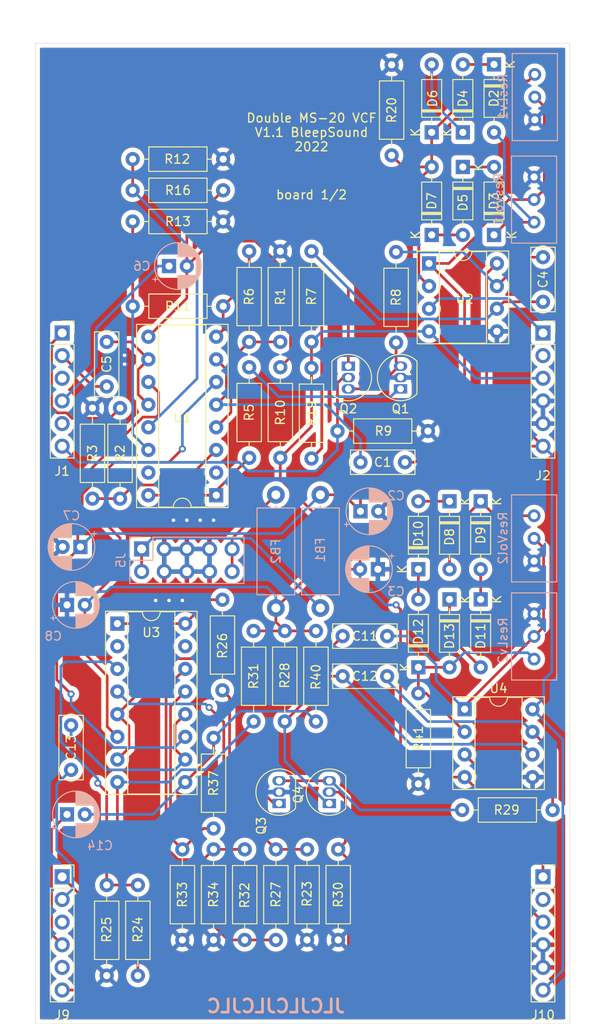
<source format=kicad_pcb>
(kicad_pcb (version 20211014) (generator pcbnew)
  (layers (0 "F.Cu" signal) (31 "B.Cu" signal) (34 "B.Paste" user) (35 "F.Paste" user) (36 "B.SilkS" user "B.Silkscreen") (37 "F.SilkS" user "F.Silkscreen") (38 "B.Mask" user) (39 "F.Mask" user) (44 "Edge.Cuts" user))
  (net 0 "")
  (net 1 "GND")
  (net 2 "+12V")
  (net 3 "-12V")
  (net 4 "Net-(C4-Pad1)")
  (net 5 "Net-(C5-Pad1)")
  (net 6 "Net-(C6-Pad2)")
  (net 7 "Net-(D3-Pad2)")
  (net 8 "Net-(R10-Pad2)")
  (net 9 "Net-(C1-Pad2)")
  (net 10 "Net-(C1-Pad1)")
  (net 11 "Net-(C4-Pad2)")
  (net 12 "/HPass")
  (net 13 "/Out1")
  (net 14 "Net-(C11-Pad2)")
  (net 15 "Net-(C11-Pad1)")
  (net 16 "Net-(C12-Pad2)")
  (net 17 "Net-(C12-Pad1)")
  (net 18 "/Filtre2/HPass")
  (net 19 "Net-(C13-Pad1)")
  (net 20 "Net-(C14-Pad2)")
  (net 21 "/Filtre2/Out1")
  (net 22 "Net-(D2-Pad2)")
  (net 23 "Net-(D2-Pad1)")
  (net 24 "Net-(D4-Pad1)")
  (net 25 "Net-(D5-Pad2)")
  (net 26 "Net-(D6-Pad1)")
  (net 27 "Net-(D8-Pad2)")
  (net 28 "Net-(D10-Pad2)")
  (net 29 "Net-(D11-Pad1)")
  (net 30 "Net-(D10-Pad1)")
  (net 31 "Net-(D11-Pad2)")
  (net 32 "Net-(D12-Pad1)")
  (net 33 "Net-(FB1-Pad2)")
  (net 34 "Net-(FB2-Pad2)")
  (net 35 "/LPass")
  (net 36 "/Cutoff")
  (net 37 "/ResOut")
  (net 39 "/Filtre2/LPass")
  (net 40 "/Filtre2/Cutoff")
  (net 41 "/Filtre2/ResOut")
  (net 42 "Net-(Q1-Pad1)")
  (net 43 "Net-(Q1-Pad3)")
  (net 44 "Net-(Q3-Pad1)")
  (net 45 "Net-(Q3-Pad3)")
  (net 46 "Net-(R1-Pad2)")
  (net 47 "Net-(R2-Pad2)")
  (net 48 "Net-(R5-Pad2)")
  (net 49 "Net-(R11-Pad2)")
  (net 50 "Net-(R12-Pad2)")
  (net 51 "Net-(R23-Pad2)")
  (net 52 "Net-(R24-Pad2)")
  (net 53 "Net-(R26-Pad2)")
  (net 54 "Net-(R27-Pad2)")
  (net 55 "Net-(R32-Pad2)")
  (net 56 "Net-(R33-Pad2)")
  (footprint "Capacitor_THT:C_Disc_D7.0mm_W2.5mm_P5.00mm" (layer "F.Cu") (at 87 60.5 -90)
    (fp_text reference "C4")
    (fp_text value "1nF")
  )
  (footprint "Capacitor_THT:C_Disc_D7.0mm_W2.5mm_P5.00mm" (layer "F.Cu") (at 69.5 107.5 180)
    (fp_text reference "C12")
    (fp_text value "1nF")
  )
  (footprint "Capacitor_THT:C_Disc_D7.0mm_W2.5mm_P5.00mm" (layer "F.Cu") (at 34 113 -90)
    (fp_text reference "C13")
    (fp_text value "1nF")
  )
  (footprint "Diode_THT:D_DO-35_SOD27_P7.62mm_Horizontal" (layer "F.Cu") (at 81.5 38.88 -90)
    (fp_text reference "D2")
    (fp_text value "1N4148")
  )
  (footprint "Diode_THT:D_DO-35_SOD27_P7.62mm_Horizontal" (layer "F.Cu") (at 81.5 58 90)
    (fp_text reference "D3")
    (fp_text value "1N4148")
  )
  (footprint "Diode_THT:D_DO-35_SOD27_P7.62mm_Horizontal" (layer "F.Cu") (at 78 46.5 90)
    (fp_text reference "D4")
    (fp_text value "1N4148")
  )
  (footprint "Diode_THT:D_DO-35_SOD27_P7.62mm_Horizontal" (layer "F.Cu") (at 78 50.38 -90)
    (fp_text reference "D5")
    (fp_text value "1N4148")
  )
  (footprint "Diode_THT:D_DO-35_SOD27_P7.62mm_Horizontal" (layer "F.Cu") (at 74.5 46.5 90)
    (fp_text reference "D6")
    (fp_text value "1N4148")
  )
  (footprint "Diode_THT:D_DO-35_SOD27_P7.62mm_Horizontal" (layer "F.Cu") (at 74.5 58 90)
    (fp_text reference "D7")
    (fp_text value "1N4148")
  )
  (footprint "Connector_PinSocket_2.54mm:PinSocket_1x06_P2.54mm_Vertical" (layer "F.Cu") (at 87 69)
    (fp_text reference "J2")
    (fp_text value "Conn_CircuitBoard")
  )
  (footprint "Connector_PinSocket_2.54mm:PinSocket_1x06_P2.54mm_Vertical" (layer "F.Cu") (at 33 130)
    (fp_text reference "J9")
    (fp_text value "Conn_CircuitBoard")
  )
  (footprint "Package_TO_SOT_THT:TO-92_Inline" (layer "F.Cu") (at 71 75.27 90)
    (fp_text reference "Q1")
    (fp_text value "BC559")
  )
  (footprint "Package_TO_SOT_THT:TO-92_Inline" (layer "F.Cu") (at 65.14 72.73 -90)
    (fp_text reference "Q2")
    (fp_text value "BC559")
  )
  (footprint "Package_TO_SOT_THT:TO-92_Inline" (layer "F.Cu") (at 57.36 121.77 90)
    (fp_text reference "Q3")
    (fp_text value "BC559")
  )
  (footprint "Resistor_THT:R_Axial_DIN0207_L6.3mm_D2.5mm_P10.16mm_Horizontal" (layer "F.Cu") (at 57.5 59.84 -90)
    (fp_text reference "R1")
    (fp_text value "470")
  )
  (footprint "Resistor_THT:R_Axial_DIN0207_L6.3mm_D2.5mm_P10.16mm_Horizontal" (layer "F.Cu") (at 36.4 77.42 -90)
    (fp_text reference "R3")
    (fp_text value "470")
  )
  (footprint "Resistor_THT:R_Axial_DIN0207_L6.3mm_D2.5mm_P10.16mm_Horizontal" (layer "F.Cu") (at 54 72.84 -90)
    (fp_text reference "R5")
    (fp_text value "2.2k")
  )
  (footprint "Resistor_THT:R_Axial_DIN0207_L6.3mm_D2.5mm_P10.16mm_Horizontal" (layer "F.Cu") (at 54 70 90)
    (fp_text reference "R6")
    (fp_text value "100k")
  )
  (footprint "Resistor_THT:R_Axial_DIN0207_L6.3mm_D2.5mm_P10.16mm_Horizontal" (layer "F.Cu") (at 61 70 90)
    (fp_text reference "R7")
    (fp_text value "100k")
  )
  (footprint "Resistor_THT:R_Axial_DIN0207_L6.3mm_D2.5mm_P10.16mm_Horizontal" (layer "F.Cu") (at 74.08 80 180)
    (fp_text reference "R9")
    (fp_text value "2.2k")
  )
  (footprint "Resistor_THT:R_Axial_DIN0207_L6.3mm_D2.5mm_P10.16mm_Horizontal" (layer "F.Cu") (at 51.08 66 180)
    (fp_text reference "R11")
    (fp_text value "100k")
  )
  (footprint "Resistor_THT:R_Axial_DIN0207_L6.3mm_D2.5mm_P10.16mm_Horizontal" (layer "F.Cu") (at 51.08 49.5 180)
    (fp_text reference "R12")
    (fp_text value "470")
  )
  (footprint "Resistor_THT:R_Axial_DIN0207_L6.3mm_D2.5mm_P10.16mm_Horizontal" (layer "F.Cu") (at 51.08 56.5 180)
    (fp_text reference "R13")
    (fp_text value "470")
  )
  (footprint "Resistor_THT:R_Axial_DIN0207_L6.3mm_D2.5mm_P10.16mm_Horizontal" (layer "F.Cu") (at 40.92 53)
    (fp_text reference "R16")
    (fp_text value "100k")
  )
  (footprint "Resistor_THT:R_Axial_DIN0207_L6.3mm_D2.5mm_P10.16mm_Horizontal" (layer "F.Cu") (at 70 38.92 -90)
    (fp_text reference "R20")
    (fp_text value "2.2k")
  )
  (footprint "Resistor_THT:R_Axial_DIN0207_L6.3mm_D2.5mm_P10.16mm_Horizontal" (layer "F.Cu") (at 60.5 137.08 90)
    (fp_text reference "R23")
    (fp_text value "470")
  )
  (footprint "Resistor_THT:R_Axial_DIN0207_L6.3mm_D2.5mm_P10.16mm_Horizontal" (layer "F.Cu") (at 51 109.08 90)
    (fp_text reference "R26")
    (fp_text value "2.2k")
  )
  (footprint "Resistor_THT:R_Axial_DIN0207_L6.3mm_D2.5mm_P10.16mm_Horizontal" (layer "F.Cu") (at 57 126.92 -90)
    (fp_text reference "R27")
    (fp_text value "100k")
  )
  (footprint "Resistor_THT:R_Axial_DIN0207_L6.3mm_D2.5mm_P10.16mm_Horizontal" (layer "F.Cu") (at 58 102.42 -90)
    (fp_text reference "R28")
    (fp_text value "100k")
  )
  (footprint "Resistor_THT:R_Axial_DIN0207_L6.3mm_D2.5mm_P10.16mm_Horizontal" (layer "F.Cu") (at 77.92 122.5)
    (fp_text reference "R29")
    (fp_text value "1k")
  )
  (footprint "Resistor_THT:R_Axial_DIN0207_L6.3mm_D2.5mm_P10.16mm_Horizontal" (layer "F.Cu") (at 64 137.08 90)
    (fp_text reference "R30")
    (fp_text value "2.2k")
  )
  (footprint "Resistor_THT:R_Axial_DIN0207_L6.3mm_D2.5mm_P10.16mm_Horizontal" (layer "F.Cu") (at 54.5 102.42 -90)
    (fp_text reference "R31")
    (fp_text value "1.8k")
  )
  (footprint "Resistor_THT:R_Axial_DIN0207_L6.3mm_D2.5mm_P10.16mm_Horizontal" (layer "F.Cu") (at 53.5 137.08 90)
    (fp_text reference "R32")
    (fp_text value "100k")
  )
  (footprint "Resistor_THT:R_Axial_DIN0207_L6.3mm_D2.5mm_P10.16mm_Horizontal" (layer "F.Cu") (at 46.5 137.08 90)
    (fp_text reference "R33")
    (fp_text value "470")
  )
  (footprint "Resistor_THT:R_Axial_DIN0207_L6.3mm_D2.5mm_P10.16mm_Horizontal" (layer "F.Cu") (at 50 137.08 90)
    (fp_text reference "R34")
    (fp_text value "470")
  )
  (footprint "Resistor_THT:R_Axial_DIN0207_L6.3mm_D2.5mm_P10.16mm_Horizontal" (layer "F.Cu") (at 50 124.58 90)
    (fp_text reference "R37")
    (fp_text value "100k")
  )
  (footprint "Resistor_THT:R_Axial_DIN0207_L6.3mm_D2.5mm_P10.16mm_Horizontal" (layer "F.Cu") (at 61.5 102.42 -90)
    (fp_text reference "R40")
    (fp_text value "1.8k")
  )
  (footprint "Resistor_THT:R_Axial_DIN0207_L6.3mm_D2.5mm_P10.16mm_Horizontal" (layer "F.Cu") (at 73 119.58 90)
    (fp_text reference "R41")
    (fp_text value "2.2k")
  )
  (footprint "Package_DIP:DIP-16_W7.62mm_Socket" (layer "F.Cu") (at 39.2 101.6)
    (fp_text reference "U3")
    (fp_text value "LM13700")
  )
  (footprint "Package_DIP:DIP-8_W7.62mm_Socket" (layer "F.Cu") (at 78.2 111.2)
    (fp_text reference "U4")
    (fp_text value "TL072")
  )
  (footprint "Connector_PinSocket_2.54mm:PinSocket_1x06_P2.54mm_Vertical" (layer "F.Cu") (at 87 130)
    (fp_text reference "J10")
    (fp_text value "Conn_CircuitBoard")
  )
  (footprint "Resistor_THT:R_Axial_DIN0207_L6.3mm_D2.5mm_P10.16mm_Horizontal" (layer "F.Cu") (at 70.5 70.08 90)
    (fp_text reference "R8")
    (fp_text value "1k")
  )
  (footprint "Package_DIP:DIP-8_W7.62mm_Socket" (layer "F.Cu") (at 74.2 61.2)
    (fp_text reference "U2")
    (fp_text value "TL072")
  )
  (footprint "Package_TO_SOT_THT:TO-92_Inline" (layer "F.Cu") (at 63 121.77 90)
    (fp_text reference "Q4")
    (fp_text value "BC559")
  )
  (footprint "Capacitor_THT:C_Disc_D7.0mm_W2.5mm_P5.00mm" (layer "F.Cu") (at 64.5 103)
    (fp_text reference "C11")
    (fp_text value "1nF")
  )
  (footprint "Diode_THT:D_DO-35_SOD27_P7.62mm_Horizontal" (layer "F.Cu") (at 73 95.5 90)
    (fp_text reference "D10")
    (fp_text value "1N4148")
  )
  (footprint "Diode_THT:D_DO-35_SOD27_P7.62mm_Horizontal" (layer "F.Cu") (at 76.5 87.88 -90)
    (fp_text reference "D8")
    (fp_text value "1N4148")
  )
  (footprint "Diode_THT:D_DO-35_SOD27_P7.62mm_Horizontal" (layer "F.Cu") (at 80 87.88 -90)
    (fp_text reference "D9")
    (fp_text value "1N4148")
  )
  (footprint "Diode_THT:D_DO-35_SOD27_P7.62mm_Horizontal" (layer "F.Cu") (at 76.5 98.88 -90)
    (fp_text reference "D13")
    (fp_text value "1N4148")
  )
  (footprint "Diode_THT:D_DO-35_SOD27_P7.62mm_Horizontal" (layer "F.Cu") (at 73 106.5 90)
    (fp_text reference "D12")
    (fp_text value "1N4148")
  )
  (footprint "Diode_THT:D_DO-35_SOD27_P7.62mm_Horizontal" (layer "F.Cu") (at 80 98.88 -90)
    (fp_text reference "D11")
    (fp_text value "1N4148")
  )
  (footprint "Capacitor_THT:C_Disc_D7.0mm_W2.5mm_P5.00mm" (layer "F.Cu") (at 66.5 83.5)
    (fp_text reference "C1")
    (fp_text value "1nF")
  )
  (footprint "Resistor_THT:R_Axial_DIN0207_L6.3mm_D2.5mm_P10.16mm_Horizontal" (layer "F.Cu") (at 39.5 77.42 -90)
    (fp_text reference "R2")
    (fp_text value "100k")
  )
  (footprint "Resistor_THT:R_Axial_DIN0207_L6.3mm_D2.5mm_P10.16mm_Horizontal" (layer "F.Cu") (at 57.5 83 90)
    (fp_text reference "R10")
    (fp_text value "1.8k")
  )
  (footprint "Resistor_THT:R_Axial_DIN0207_L6.3mm_D2.5mm_P10.16mm_Horizontal" (layer "F.Cu") (at 61 72.92 -90)
    (fp_text reference "R19")
    (fp_text value "1.8k")
  )
  (footprint "Package_DIP:DIP-16_W7.62mm_Socket" (layer "F.Cu") (at 50.3 87.2 180)
    (fp_text reference "U1")
    (fp_text value "LM13700")
  )
  (footprint "Connector_PinSocket_2.54mm:PinSocket_1x06_P2.54mm_Vertical" (layer "F.Cu") (at 33 69)
    (fp_text reference "J1")
    (fp_text value "Conn_CircuitBoard")
  )
  (footprint "Capacitor_THT:C_Disc_D7.0mm_W2.5mm_P5.00mm" (layer "F.Cu") (at 38 70 -90)
    (fp_text reference "C5")
    (fp_text value "1nF")
  )
  (footprint "Resistor_THT:R_Axial_DIN0207_L6.3mm_D2.5mm_P10.16mm_Horizontal" (layer "F.Cu") (at 38 141.08 90)
    (fp_text reference "R25")
    (fp_text value "470")
  )
  (footprint "Resistor_THT:R_Axial_DIN0207_L6.3mm_D2.5mm_P10.16mm_Horizontal" (layer "F.Cu") (at 41.5 141.08 90)
    (fp_text reference "R24")
    (fp_text value "100k")
  )
  (footprint "Capacitor_THT:CP_Radial_D5.0mm_P2.00mm" (layer "B.Cu") (at 66.5 89)
    (fp_text reference "C2")
    (fp_text value "10µ")
  )
  (footprint "Capacitor_THT:CP_Radial_D5.0mm_P2.00mm" (layer "B.Cu") (at 68.455113 95.5 180)
    (fp_text reference "C3")
    (fp_text value "10µ")
  )
  (footprint "Capacitor_THT:CP_Radial_D5.0mm_P2.00mm" (layer "B.Cu") (at 45 61.5)
    (fp_text reference "C6")
    (fp_text value "10µF")
  )
  (footprint "Inductor_THT:L_Axial_L9.5mm_D4.0mm_P12.70mm_Horizontal_Fastron_SMCC" (layer "B.Cu") (at 57 99.85 90)
    (fp_text reference "FB2")
    (fp_text value "10R")
  )
  (footprint "Connector_PinHeader_2.54mm:PinHeader_2x05_P2.54mm_Vertical" (layer "B.Cu") (at 41.925 93.225 -90)
    (fp_text reference "J5")
    (fp_text value "Power Input")
  )
  (footprint "Potentiometer_THT:Potentiometer_Bourns_3386C_Horizontal" (layer "B.Cu") (at 86.08 45.08)
    (fp_text reference "ResLv1")
    (fp_text value "3.3k")
  )
  (footprint "Potentiometer_THT:Potentiometer_Bourns_3386C_Horizontal" (layer "B.Cu") (at 86 56.58)
    (fp_text reference "ResVol1")
    (fp_text value "10k")
  )
  (footprint "Capacitor_THT:CP_Radial_D5.0mm_P2.00mm" (layer "B.Cu") (at 33.544888 123)
    (fp_text reference "C14")
    (fp_text value "10µF")
  )
  (footprint "Inductor_THT:L_Axial_L9.5mm_D4.0mm_P12.70mm_Horizontal_Fastron_SMCC" (layer "B.Cu") (at 62 87.15 -90)
    (fp_text reference "FB1")
    (fp_text value "10R")
  )
  (footprint "Potentiometer_THT:Potentiometer_Bourns_3386C_Horizontal" (layer "B.Cu") (at 86 100.5 180)
    (fp_text reference "ResLv2")
    (fp_text value "3.3k")
  )
  (footprint "Potentiometer_THT:Potentiometer_Bourns_3386C_Horizontal" (layer "B.Cu") (at 86 89.5 180)
    (fp_text reference "ResVol2")
    (fp_text value "10k")
  )
  (footprint "Capacitor_THT:CP_Radial_D5.0mm_P2.00mm" (layer "B.Cu") (at 33.544888 99.5)
    (fp_text reference "C8")
    (fp_text value "0.1µ")
  )
  (footprint "Capacitor_THT:CP_Radial_D5.0mm_P2.00mm" (layer "B.Cu") (at 35.044888 93 180)
    (fp_text reference "C7")
    (fp_text value "0.1µ")
  )
  (gr_line (start 90 36.5) (end 90 146.5) (layer "Edge.Cuts") (width 0.05))
  (gr_line (start 30 36.5) (end 90 36.5) (layer "Edge.Cuts") (width 0.05))
  (gr_line (start 30 36.5) (end 30 146.5) (layer "Edge.Cuts") (width 0.05))
  (gr_line (start 30 146.5) (end 90 146.5) (layer "Edge.Cuts") (width 0.05))
  (gr_text "JLCJLCJLCJLC" (at 57 144.5) (layer "B.SilkS") (effects (font (size 1.5 1.5) (thickness 0.3)) (justify mirror)))
  (gr_text "Double MS-20 VCF\nV1.1 BleepSound\n2022" (at 61 46.5) (layer "F.SilkS") (effects (font (size 1 1))))
  (gr_text "board 1/2" (at 61 53.5) (layer "F.SilkS") (effects (font (size 1 1))))
  (via (at 46.5 99) (size 0.8) (drill 0.4) (layers "F.Cu" "B.Cu") (net 1))
  (via (at 43.5 99) (size 0.8) (drill 0.4) (layers "F.Cu" "B.Cu") (net 1))
  (via (at 50 90) (size 0.8) (drill 0.4) (layers "F.Cu" "B.Cu") (net 1))
  (via (at 47 90) (size 0.8) (drill 0.4) (layers "F.Cu" "B.Cu") (net 1))
  (via (at 45.5 90) (size 0.8) (drill 0.4) (layers "F.Cu" "B.Cu") (net 1))
  (via (at 40 71.5) (size 0.8) (drill 0.4) (layers "F.Cu" "B.Cu") (net 1))
  (via (at 45 99) (size 0.8) (drill 0.4) (layers "F.Cu" "B.Cu") (net 1))
  (via (at 40 72.5) (size 0.8) (drill 0.4) (layers "F.Cu" "B.Cu") (net 1))
  (via (at 48.5 90) (size 0.8) (drill 0.4) (layers "F.Cu" "B.Cu") (net 1))
  (segment (start 80.670489 75.370489) (end 87 81.7) (width 0.3) (layer "F.Cu") (net 2))
  (segment (start 34.75097 85.74903) (end 34.75097 92.706082) (width 0.3) (layer "F.Cu") (net 2))
  (segment (start 77.554345 81.7) (end 73.254345 86) (width 0.3) (layer "F.Cu") (net 2))
  (segment (start 43.829511 78.170489) (end 43.569511 78.430489) (width 0.3) (layer "F.Cu") (net 2))
  (segment (start 81.82 61.2) (end 80.670489 62.349511) (width 0.3) (layer "F.Cu") (net 2))
  (segment (start 67.5 86) (end 66.5 87) (width 0.3) (layer "F.Cu") (net 2))
  (segment (start 43.829511 75.649511) (end 43.829511 78.170489) (width 0.3) (layer "F.Cu") (net 2))
  (segment (start 32.395377 95.649511) (end 32.395377 107.895377) (width 0.3) (layer "F.Cu") (net 2))
  (segment (start 62 87.15) (end 64.65 87.15) (width 0.3) (layer "F.Cu") (net 2))
  (segment (start 42.68 74.5) (end 43.829511 75.649511) (width 0.3) (layer "F.Cu") (net 2))
  (segment (start 32.395377 107.895377) (end 34 109.5) (width 0.3) (layer "F.Cu") (net 2))
  (segment (start 34.75097 92.706082) (end 35.044888 93) (width 0.3) (layer "F.Cu") (net 2))
  (segment (start 73.254345 86) (end 67.5 86) (width 0.3) (layer "F.Cu") (net 2))
  (segment (start 87 81.7) (end 77.554345 81.7) (width 0.3) (layer "F.Cu") (net 2))
  (segment (start 64.65 87.15) (end 66.5 89) (width 0.3) (layer "F.Cu") (net 2))
  (segment (start 66.5 87) (end 66.5 89) (width 0.3) (layer "F.Cu") (net 2))
  (segment (start 43.569511 78.430489) (end 42.069511 78.430489) (width 0.3) (layer "F.Cu") (net 2))
  (segment (start 35.044888 93) (end 32.395377 95.649511) (width 0.3) (layer "F.Cu") (net 2))
  (segment (start 42.069511 78.430489) (end 34.75097 85.74903) (width 0.3) (layer "F.Cu") (net 2))
  (segment (start 80.670489 62.349511) (end 80.670489 75.370489) (width 0.3) (layer "F.Cu") (net 2))
  (via (at 34 109.5) (size 0.8) (drill 0.4) (layers "F.Cu" "B.Cu") (net 2))
  (segment (start 62 87.15) (end 57.65 91.5) (width 0.3) (layer "B.Cu") (net 2))
  (segment (start 85.82 111.2) (end 87.069511 109.950489) (width 0.3) (layer "B.Cu") (net 2))
  (segment (start 88 82.7) (end 87 81.7) (width 0.3) (layer "B.Cu") (net 2))
  (segment (start 57.65 91.5) (end 36.544888 91.5) (width 0.3) (layer "B.Cu") (net 2))
  (segment (start 85.82 111.2) (end 89.229511 114.609511) (width 0.3) (layer "B.Cu") (net 2))
  (segment (start 36.544888 91.5) (end 35.044888 93) (width 0.3) (layer "B.Cu") (net 2))
  (segment (start 34 109.544887) (end 34 110.725655) (width 0.3) (layer "B.Cu") (net 2))
  (segment (start 45.62 115.5) (end 46.82 114.3) (width 0.3) (layer "B.Cu") (net 2))
  (segment (start 89.229511 114.609511) (end 89.229511 140.470489) (width 0.3) (layer "B.Cu") (net 2))
  (segment (start 87.069511 109.950489) (end 87.069511 107.930489) (width 0.3) (layer "B.Cu") (net 2))
  (segment (start 87.069511 107.930489) (end 88 107) (width 0.3) (layer "B.Cu") (net 2))
  (segment (start 34 110.725655) (end 38.774345 115.5) (width 0.3) (layer "B.Cu") (net 2))
  (segment (start 89.229511 140.470489) (end 87 142.7) (width 0.3) (layer "B.Cu") (net 2))
  (segment (start 88 107) (end 88 82.7) (width 0.3) (layer "B.Cu") (net 2))
  (segment (start 38.774345 115.5) (end 45.62 115.5) (width 0.3) (layer "B.Cu") (net 2))
  (segment (start 35.544888 99.5) (end 35.544888 104.955112) (width 0.3) (layer "F.Cu") (net 3))
  (segment (start 78.2 118.82) (end 74.32 118.82) (width 0.3) (layer "F.Cu") (net 3))
  (segment (start 78.2 118.82) (end 81.5 122.12) (width 0.3) (layer "F.Cu") (net 3))
  (segment (start 54.5 102.42) (end 58 102.42) (width 0.3) (layer "F.Cu") (net 3))
  (segment (start 38.843856 83.510489) (end 35.250489 87.103856) (width 0.3) (layer "F.Cu") (net 3))
  (segment (start 81.5 122.12) (end 81.5 129.58) (width 0.3) (layer "F.Cu") (net 3))
  (segment (start 35.544888 104.955112) (end 38.050489 107.460713) (width 0.3) (layer "F.Cu") (net 3))
  (segment (start 39.5 95.544888) (end 35.544888 99.5) (width 0.3) (layer "F.Cu") (net 3))
  (segment (start 61 79.5) (end 57.5 83) (width 0.3) (layer "F.Cu") (net 3))
  (segment (start 57 99.85) (end 57 101.42) (width 0.3) (layer "F.Cu") (net 3))
  (segment (start 61.35 95.5) (end 57 99.85) (width 0.3) (layer "F.Cu") (net 3))
  (segment (start 58 102.42) (end 61.5 102.42) (width 0.3) (layer "F.Cu") (net 3))
  (segment (start 38.050489 107.460713) (end 38.050489 113.150489) (width 0.3) (layer "F.Cu") (net 3))
  (segment (start 35.250489 89.579946) (end 37.079946 89.579946) (width 0.3) (layer "F.Cu") (net 3))
  (segment (start 71 115.5) (end 71 100) (width 0.3) (layer "F.Cu") (net 3))
  (segment (start 66.455113 95.5) (end 61.35 95.5) (width 0.3) (layer "F.Cu") (net 3))
  (segment (start 57.5 85.413517) (end 57.5 83) (width 0.3) (layer "F.Cu") (net 3))
  (segment (start 61 70) (end 61 72.92) (width 0.3) (layer "F.Cu") (net 3))
  (segment (start 35.250489 87.103856) (end 35.250489 89.579946) (width 0.3) (layer "F.Cu") (net 3))
  (segment (start 39.5 92) (end 39.5 95.544888) (width 0.3) (layer "F.Cu") (net 3))
  (segment (start 66.455113 94.36863) (end 57.5 85.413517) (width 0.3) (layer "F.Cu") (net 3))
  (segment (start 81.5 129.58) (end 87 135.08) (width 0.3) (layer "F.Cu") (net 3))
  (segment (start 61 72.92) (end 61 79.5) (width 0.3) (layer "F.Cu") (net 3))
  (segment (start 57 101.42) (end 58 102.42) (width 0.3) (layer "F.Cu") (net 3))
  (segment (start 66.455113 95.5) (end 66.455113 94.36863) (width 0.3) (layer "F.Cu") (net 3))
  (segment (start 74.32 118.82) (end 71 115.5) (width 0.3) (layer "F.Cu") (net 3))
  (segment (start 71 100) (end 70.5 99.5) (width 0.3) (layer "F.Cu") (net 3))
  (segment (start 44.989511 83.510489) (end 38.843856 83.510489) (width 0.3) (layer "F.Cu") (net 3))
  (segment (start 46.5 82) (end 44.989511 83.510489) (width 0.3) (layer "F.Cu") (net 3))
  (segment (start 37.079946 89.579946) (end 39.5 92) (width 0.3) (layer "F.Cu") (net 3))
  (segment (start 38.050489 113.150489) (end 39.2 114.3) (width 0.3) (layer "F.Cu") (net 3))
  (via (at 70.5 99.5) (size 0.8) (drill 0.4) (layers "F.Cu" "B.Cu") (net 3))
  (via (at 46.5 82) (size 0.8) (drill 0.4) (layers "F.Cu" "B.Cu") (net 3))
  (segment (start 50.3 74.5) (end 46.5 78.3) (width 0.3) (layer "B.Cu") (net 3))
  (segment (start 61 70) (end 62.18 68.82) (width 0.3) (layer "B.Cu") (net 3))
  (segment (start 74.2 68.82) (end 79.46 74.08) (width 0.3) (layer "B.Cu") (net 3))
  (segment (start 66.455113 96.63137) (end 66.455113 95.5) (width 0.3) (layer "B.Cu") (net 3))
  (segment (start 69.323743 99.5) (end 66.455113 96.63137) (width 0.3) (layer "B.Cu") (net 3))
  (segment (start 46.5 78.3) (end 46.5 82) (width 0.3) (layer "B.Cu") (net 3))
  (segment (start 38 98) (end 37.044888 98) (width 0.3) (layer "B.Cu") (net 3))
  (segment (start 79.46 74.08) (end 87 74.08) (width 0.3) (layer "B.Cu") (net 3))
  (segment (start 62.18 68.82) (end 74.2 68.82) (width 0.3) (layer "B.Cu") (net 3))
  (segment (start 56 97.5) (end 38.5 97.5) (width 0.3) (layer "B.Cu") (net 3))
  (segment (start 70.5 99.5) (end 69.323743 99.5) (width 0.3) (layer "B.Cu") (net 3))
  (segment (start 57 98.5) (end 56 97.5) (width 0.3) (layer "B.Cu") (net 3))
  (segment (start 57 99.85) (end 57 98.5) (width 0.3) (layer "B.Cu") (net 3))
  (segment (start 37.044888 98) (end 35.544888 99.5) (width 0.3) (layer "B.Cu") (net 3))
  (segment (start 38.5 97.5) (end 38 98) (width 0.3) (layer "B.Cu") (net 3))
  (segment (start 85.06 60.5) (end 81.82 63.74) (width 0.3) (layer "F.Cu") (net 4))
  (segment (start 87 60.5) (end 85.06 60.5) (width 0.3) (layer "F.Cu") (net 4))
  (segment (start 78 59.92) (end 70.5 59.92) (width 0.3) (layer "B.Cu") (net 4))
  (segment (start 81.82 63.74) (end 78 59.92) (width 0.3) (layer "B.Cu") (net 4))
  (segment (start 40.72 70) (end 42.68 71.96) (width 0.3) (layer "F.Cu") (net 5))
  (segment (start 42.68 71.96) (end 41.530489 73.109511) (width 0.3) (layer "F.Cu") (net 5))
  (segment (start 41.530489 73.109511) (end 41.530489 75.890489) (width 0.3) (layer "F.Cu") (net 5))
  (segment (start 41.530489 75.890489) (end 42.68 77.04) (width 0.3) (layer "F.Cu") (net 5))
  (segment (start 38 70) (end 40.72 70) (width 0.3) (layer "F.Cu") (net 5))
  (segment (start 47 65.1) (end 42.68 69.42) (width 0.3) (layer "F.Cu") (net 6))
  (segment (start 62.149511 66.149511) (end 62.149511 81.930489) (width 0.3) (layer "F.Cu") (net 6))
  (segment (start 62.149511 81.930489) (end 61 83.08) (width 0.3) (layer "F.Cu") (net 6))
  (segment (start 47 57.08) (end 47 61.5) (width 0.3) (layer "F.Cu") (net 6))
  (segment (start 47 61.5) (end 49.809511 58.690489) (width 0.3) (layer "F.Cu") (net 6))
  (segment (start 54.690489 58.690489) (end 62.149511 66.149511) (width 0.3) (layer "F.Cu") (net 6))
  (segment (start 49.809511 58.690489) (end 54.690489 58.690489) (width 0.3) (layer "F.Cu") (net 6))
  (segment (start 51.08 53) (end 47 57.08) (width 0.3) (layer "F.Cu") (net 6))
  (segment (start 47 61.5) (end 47 65.1) (width 0.3) (layer "F.Cu") (net 6))
  (segment (start 81.5 50.38) (end 78 50.38) (width 0.3) (layer "F.Cu") (net 7))
  (segment (start 58.120001 68.620001) (end 51.099999 68.620001) (width 0.3) (layer "F.Cu") (net 8))
  (segment (start 58.649511 71.690489) (end 58.649511 69.149511) (width 0.3) (layer "F.Cu") (net 8))
  (segment (start 57.5 72.84) (end 58.649511 71.690489) (width 0.3) (layer "F.Cu") (net 8))
  (segment (start 51.099999 68.620001) (end 50.3 69.42) (width 0.3) (layer "F.Cu") (net 8))
  (segment (start 58.649511 69.149511) (end 58.120001 68.620001) (width 0.3) (layer "F.Cu") (net 8))
  (segment (start 54 59.84) (end 54 63.08) (width 0.3) (layer "F.Cu") (net 8))
  (segment (start 54 63.08) (end 51.08 66) (width 0.3) (layer "F.Cu") (net 8))
  (segment (start 51.08 68.64) (end 50.3 69.42) (width 0.3) (layer "F.Cu") (net 8))
  (segment (start 51.08 66) (end 51.08 68.64) (width 0.3) (layer "F.Cu") (net 8))
  (segment (start 74.2 61.2) (end 78.194399 65.194399) (width 0.3) (layer "F.Cu") (net 9))
  (segment (start 80 57.625655) (end 80 57.200978) (width 0.3) (layer "F.Cu") (net 9))
  (segment (start 76.425655 61.2) (end 80 57.625655) (width 0.3) (layer "F.Cu") (net 9))
  (segment (start 78.194399 65.194399) (end 78.194399 77.936971) (width 0.3) (layer "F.Cu") (net 9))
  (segment (start 87.149511 52.890489) (end 87.149511 43.609511) (width 0.3) (layer "F.Cu") (net 9))
  (segment (start 80 57.200978) (end 83.160978 54.04) (width 0.3) (layer "F.Cu") (net 9))
  (segment (start 78.194399 77.936971) (end 72.63137 83.5) (width 0.3) (layer "F.Cu") (net 9))
  (segment (start 72.63137 83.5) (end 71.5 83.5) (width 0.3) (layer "F.Cu") (net 9))
  (segment (start 83.160978 54.04) (end 86 54.04) (width 0.3) (layer "F.Cu") (net 9))
  (segment (start 86 54.04) (end 87.149511 52.890489) (width 0.3) (layer "F.Cu") (net 9))
  (segment (start 87.149511 43.609511) (end 86.08 42.54) (width 0.3) (layer "F.Cu") (net 9))
  (segment (start 74.2 61.2) (end 76.425655 61.2) (width 0.3) (layer "F.Cu") (net 9))
  (segment (start 51.449511 73.109511) (end 51.449511 75.890489) (width 0.3) (layer "F.Cu") (net 10))
  (segment (start 51.449511 75.890489) (end 50.3 77.04) (width 0.3) (layer "F.Cu") (net 10))
  (segment (start 50.3 71.96) (end 51.449511 73.109511) (width 0.3) (layer "F.Cu") (net 10))
  (segment (start 66.5 83.5) (end 66.5 80.954345) (width 0.3) (layer "B.Cu") (net 10))
  (segment (start 66.5 80.954345) (end 62.585655 77.04) (width 0.3) (layer "B.Cu") (net 10))
  (segment (start 62.585655 77.04) (end 50.3 77.04) (width 0.3) (layer "B.Cu") (net 10))
  (segment (start 65.14 72.73) (end 65.14 63.98) (width 0.3) (layer "F.Cu") (net 11))
  (segment (start 87 65.5) (end 82.6 65.5) (width 0.3) (layer "F.Cu") (net 11))
  (segment (start 82.6 65.5) (end 81.82 66.28) (width 0.3) (layer "F.Cu") (net 11))
  (segment (start 65.14 63.98) (end 61 59.84) (width 0.3) (layer "F.Cu") (net 11))
  (segment (start 80.670489 67.429511) (end 68.589511 67.429511) (width 0.3) (layer "B.Cu") (net 11))
  (segment (start 81.82 66.28) (end 80.670489 67.429511) (width 0.3) (layer "B.Cu") (net 11))
  (segment (start 68.589511 67.429511) (end 61 59.84) (width 0.3) (layer "B.Cu") (net 11))
  (segment (start 36.46 75) (end 33 71.54) (width 0.3) (layer "F.Cu") (net 12))
  (segment (start 38 75) (end 36.46 75) (width 0.3) (layer "F.Cu") (net 12))
  (segment (start 43.794345 61.5) (end 45 61.5) (width 0.3) (layer "B.Cu") (net 13))
  (segment (start 33 76.62) (end 36.850489 72.769511) (width 0.3) (layer "B.Cu") (net 13))
  (segment (start 36.850489 68.443856) (end 43.794345 61.5) (width 0.3) (layer "B.Cu") (net 13))
  (segment (start 36.850489 72.769511) (end 36.850489 68.443856) (width 0.3) (layer "B.Cu") (net 13))
  (segment (start 87.069511 93.109511) (end 87.069511 101.970489) (width 0.3) (layer "F.Cu") (net 14))
  (segment (start 87.069511 101.970489) (end 86 103.04) (width 0.3) (layer "F.Cu") (net 14))
  (segment (start 86 92.04) (end 87.069511 93.109511) (width 0.3) (layer "F.Cu") (net 14))
  (segment (start 78.2 110.84) (end 86 103.04) (width 0.3) (layer "F.Cu") (net 14))
  (segment (start 78.2 111.2) (end 78.2 110.84) (width 0.3) (layer "F.Cu") (net 14))
  (segment (start 75 106.200978) (end 75 108) (width 0.3) (layer "B.Cu") (net 14))
  (segment (start 71.799022 103) (end 75 106.200978) (width 0.3) (layer "B.Cu") (net 14))
  (segment (start 69.5 103) (end 71.799022 103) (width 0.3) (layer "B.Cu") (net 14))
  (segment (start 75 108) (end 78.2 111.2) (width 0.3) (layer "B.Cu") (net 14))
  (segment (start 61.969511 105.530489) (end 45.429511 105.530489) (width 0.3) (layer "F.Cu") (net 15))
  (segment (start 39.2 111.76) (end 40.5 113.06) (width 0.3) (layer "F.Cu") (net 15))
  (segment (start 45.429511 105.530489) (end 39.2 111.76) (width 0.3) (layer "F.Cu") (net 15))
  (segment (start 40.5 115.54) (end 39.2 116.84) (width 0.3) (layer "F.Cu") (net 15))
  (segment (start 64.5 103) (end 61.969511 105.530489) (width 0.3) (layer "F.Cu") (net 15))
  (segment (start 40.5 113.06) (end 40.5 115.54) (width 0.3) (layer "F.Cu") (net 15))
  (segment (start 63.08 107.5) (end 58 112.58) (width 0.3) (layer "F.Cu") (net 16))
  (segment (start 64.5 107.5) (end 63.08 107.5) (width 0.3) (layer "F.Cu") (net 16))
  (segment (start 62.775 121.77) (end 63 121.77) (width 0.3) (layer "B.Cu") (net 16))
  (segment (start 84.670489 115.130489) (end 72.130489 115.130489) (width 0.3) (layer "B.Cu") (net 16))
  (segment (start 72.130489 115.130489) (end 64.5 107.5) (width 0.3) (layer "B.Cu") (net 16))
  (segment (start 58 112.58) (end 58 116.995) (width 0.3) (layer "B.Cu") (net 16))
  (segment (start 85.82 116.28) (end 84.670489 115.130489) (width 0.3) (layer "B.Cu") (net 16))
  (segment (start 58 116.995) (end 62.775 121.77) (width 0.3) (layer "B.Cu") (net 16))
  (segment (start 88.08 116) (end 85.82 113.74) (width 0.3) (layer "F.Cu") (net 17))
  (segment (start 88.08 122.5) (end 88.08 116) (width 0.3) (layer "F.Cu") (net 17))
  (segment (start 74.090489 112.590489) (end 69.5 108) (width 0.3) (layer "B.Cu") (net 17))
  (segment (start 84.670489 112.590489) (end 74.090489 112.590489) (width 0.3) (layer "B.Cu") (net 17))
  (segment (start 85.82 113.74) (end 84.670489 112.590489) (width 0.3) (layer "B.Cu") (net 17))
  (segment (start 69.5 108) (end 69.5 107.5) (width 0.3) (layer "B.Cu") (net 17))
  (segment (start 32.395377 126.996355) (end 34.199511 128.800489) (width 0.3) (layer "B.Cu") (net 18))
  (segment (start 34.199511 128.800489) (end 34.199511 131.340489) (width 0.3) (layer "B.Cu") (net 18))
  (segment (start 34.199511 131.340489) (end 33 132.54) (width 0.3) (layer "B.Cu") (net 18))
  (segment (start 34 118) (end 32.395377 119.604623) (width 0.3) (layer "B.Cu") (net 18))
  (segment (start 32.395377 119.604623) (end 32.395377 126.996355) (width 0.3) (layer "B.Cu") (net 18))
  (segment (start 46.82 116.84) (end 45.670489 115.690489) (width 0.3) (layer "F.Cu") (net 19))
  (segment (start 45.670489 115.690489) (end 45.670489 112.909511) (width 0.3) (layer "F.Cu") (net 19))
  (segment (start 45.670489 112.909511) (end 46.82 111.76) (width 0.3) (layer "F.Cu") (net 19))
  (segment (start 45.66 118) (end 46.82 116.84) (width 0.3) (layer "B.Cu") (net 19))
  (segment (start 37.86863 118) (end 45.66 118) (width 0.3) (layer "B.Cu") (net 19))
  (segment (start 34 113) (end 34 114.13137) (width 0.3) (layer "B.Cu") (net 19))
  (segment (start 34 114.13137) (end 37.86863 118) (width 0.3) (layer "B.Cu") (net 19))
  (segment (start 50 116.2) (end 46.82 119.38) (width 0.3) (layer "F.Cu") (net 20))
  (segment (start 50 114.42) (end 50 116.2) (width 0.3) (layer "F.Cu") (net 20))
  (segment (start 60.350489 111.430489) (end 52.989511 111.430489) (width 0.3) (layer "B.Cu") (net 20))
  (segment (start 52.989511 111.430489) (end 50 114.42) (width 0.3) (layer "B.Cu") (net 20))
  (segment (start 61.5 112.58) (end 60.350489 111.430489) (width 0.3) (layer "B.Cu") (net 20))
  (segment (start 43.2 123) (end 35.544888 123) (width 0.3) (layer "B.Cu") (net 20))
  (segment (start 46.82 119.38) (end 43.2 123) (width 0.3) (layer "B.Cu") (net 20))
  (segment (start 31.800489 136.420489) (end 33 137.62) (width 0.3) (layer "F.Cu") (net 21))
  (segment (start 31.800489 124.744399) (end 31.800489 136.420489) (width 0.3) (layer "F.Cu") (net 21))
  (segment (start 33.544888 123) (end 31.800489 124.744399) (width 0.3) (layer "F.Cu") (net 21))
  (segment (start 82.92 56.58) (end 81.5 58) (width 0.3) (layer "F.Cu") (net 22))
  (segment (start 86 56.58) (end 82.92 56.58) (width 0.3) (layer "F.Cu") (net 22))
  (segment (start 86 56.58) (end 82.649511 53.229511) (width 0.3) (layer "B.Cu") (net 22))
  (segment (start 82.649511 47.649511) (end 81.5 46.5) (width 0.3) (layer "B.Cu") (net 22))
  (segment (start 82.649511 53.229511) (end 82.649511 47.649511) (width 0.3) (layer "B.Cu") (net 22))
  (segment (start 81.5 38.88) (end 78 38.88) (width 0.3) (layer "F.Cu") (net 23))
  (segment (start 74.5 38.88) (end 74.5 43) (width 0.3) (layer "B.Cu") (net 24))
  (segment (start 74.5 43) (end 78 46.5) (width 0.3) (layer "B.Cu") (net 24))
  (segment (start 78 58) (end 74.5 58) (width 0.3) (layer "F.Cu") (net 25))
  (segment (start 73.050489 51.829511) (end 74.5 50.38) (width 0.3) (layer "F.Cu") (net 26))
  (segment (start 74.2 63.74) (end 73.050489 62.590489) (width 0.3) (layer "F.Cu") (net 26))
  (segment (start 74.5 50.38) (end 74.5 46.5) (width 0.3) (layer "F.Cu") (net 26))
  (segment (start 74.5 50.38) (end 71.3 50.38) (width 0.3) (layer "F.Cu") (net 26))
  (segment (start 73.050489 62.590489) (end 73.050489 51.829511) (width 0.3) (layer "F.Cu") (net 26))
  (segment (start 85.360001 40.719999) (end 80.280001 40.719999) (width 0.3) (layer "F.Cu") (net 26))
  (segment (start 80.280001 40.719999) (end 74.5 46.5) (width 0.3) (layer "F.Cu") (net 26))
  (segment (start 71.3 50.38) (end 70 49.08) (width 0.3) (layer "F.Cu") (net 26))
  (segment (start 86.08 40) (end 85.360001 40.719999) (width 0.3) (layer "F.Cu") (net 26))
  (segment (start 76.5 91.38) (end 80 87.88) (width 0.3) (layer "F.Cu") (net 27))
  (segment (start 76.5 95.5) (end 76.5 91.38) (width 0.3) (layer "F.Cu") (net 27))
  (segment (start 81.62 89.5) (end 80 87.88) (width 0.3) (layer "F.Cu") (net 27))
  (segment (start 86 89.5) (end 81.62 89.5) (width 0.3) (layer "F.Cu") (net 27))
  (segment (start 76.5 87.88) (end 73 87.88) (width 0.3) (layer "F.Cu") (net 28))
  (segment (start 80 95.5) (end 80 98.88) (width 0.3) (layer "F.Cu") (net 29))
  (segment (start 73 95.5) (end 73 98.88) (width 0.3) (layer "F.Cu") (net 30))
  (segment (start 76.5 103) (end 80 106.5) (width 0.3) (layer "F.Cu") (net 31))
  (segment (start 76.5 98.88) (end 76.5 103) (width 0.3) (layer "F.Cu") (net 31))
  (segment (start 73.88 109.42) (end 73 109.42) (width 0.3) (layer "F.Cu") (net 32))
  (segment (start 78.2 113.74) (end 73.88 109.42) (width 0.3) (layer "F.Cu") (net 32))
  (segment (start 73 106.5) (end 76.5 106.5) (width 0.3) (layer "F.Cu") (net 32))
  (segment (start 73 106.5) (end 73 109.42) (width 0.3) (layer "F.Cu") (net 32))
  (segment (start 78.139999 104.860001) (end 76.5 106.5) (width 0.3) (layer "B.Cu") (net 32))
  (segment (start 86 105.58) (end 85.280001 104.860001) (width 0.3) (layer "B.Cu") (net 32))
  (segment (start 85.280001 104.860001) (end 78.139999 104.860001) (width 0.3) (layer "B.Cu") (net 32))
  (segment (start 41.925 93.225) (end 41.925 95.765) (width 0.3) (layer "F.Cu") (net 33))
  (segment (start 41.925 93.225) (end 43.124511 92.025489) (width 0.3) (layer "B.Cu") (net 33))
  (segment (start 43.124511 92.025489) (end 54.175489 92.025489) (width 0.3) (layer "B.Cu") (net 33))
  (segment (start 54.175489 92.025489) (end 62 99.85) (width 0.3) (layer "B.Cu") (net 33))
  (segment (start 52.085 92.065) (end 52.085 93.225) (width 0.3) (layer "F.Cu") (net 34))
  (segment (start 57 87.15) (end 52.085 92.065) (width 0.3) (layer "F.Cu") (net 34))
  (segment (start 52.085 93.225) (end 52.085 95.765) (width 0.3) (layer "F.Cu") (net 34))
  (segment (start 32.460489 77.960489) (end 31.800489 77.300489) (width 0.3) (layer "F.Cu") (net 35))
  (segment (start 34.105877 78.569511) (end 33.496855 77.960489) (width 0.3) (layer "F.Cu") (net 35))
  (segment (start 31.800489 70.199511) (end 33 69) (width 0.3) (layer "F.Cu") (net 35))
  (segment (start 31.800489 77.300489) (end 31.800489 70.199511) (width 0.3) (layer "F.Cu") (net 35))
  (segment (start 33.496855 77.960489) (end 32.460489 77.960489) (width 0.3) (layer "F.Cu") (net 35))
  (segment (start 38.350489 78.569511) (end 34.105877 78.569511) (width 0.3) (layer "F.Cu") (net 35))
  (segment (start 39.5 77.42) (end 38.350489 78.569511) (width 0.3) (layer "F.Cu") (net 35))
  (segment (start 65.14 74) (end 64.54 74) (width 0.3) (layer "F.Cu") (net 36))
  (segment (start 64.54 74) (end 63.92 74.62) (width 0.3) (layer "F.Cu") (net 36))
  (segment (start 63.92 74.62) (end 63.92 80) (width 0.3) (layer "F.Cu") (net 36))
  (segment (start 52.884834 83.510489) (end 53.874345 84.5) (width 0.3) (layer "B.Cu") (net 36))
  (segment (start 33 81.7) (end 34.810489 83.510489) (width 0.3) (layer "B.Cu") (net 36))
  (segment (start 53.874345 84.5) (end 61.5 84.5) (width 0.3) (layer "B.Cu") (net 36))
  (segment (start 63.92 82.08) (end 63.92 80) (width 0.3) (layer "B.Cu") (net 36))
  (segment (start 34.810489 83.510489) (end 52.884834 83.510489) (width 0.3) (layer "B.Cu") (net 36))
  (segment (start 61.5 84.5) (end 63.92 82.08) (width 0.3) (layer "B.Cu") (net 36))
  (segment (start 83.130489 65.130489) (end 75.349511 65.130489) (width 0.3) (layer "B.Cu") (net 37))
  (segment (start 87 69) (end 83.130489 65.130489) (width 0.3) (layer "B.Cu") (net 37))
  (segment (start 75.349511 65.130489) (end 74.2 66.28) (width 0.3) (layer "B.Cu") (net 37))
  (segment (start 33 130) (end 41.5 138.5) (width 0.3) (layer "F.Cu") (net 39))
  (segment (start 41.5 138.5) (end 41.5 141.08) (width 0.3) (layer "F.Cu") (net 39))
  (segment (start 63 120.5) (end 64.05 120.5) (width 0.3) (layer "F.Cu") (net 40))
  (segment (start 65.149511 138.850489) (end 65.149511 128.069511) (width 0.3) (layer "F.Cu") (net 40))
  (segment (start 64.799999 126.120001) (end 64 126.92) (width 0.3) (layer "F.Cu") (net 40))
  (segment (start 64.05 120.5) (end 64.799999 121.249999) (width 0.3) (layer "F.Cu") (net 40))
  (segment (start 33 142.7) (end 61.3 142.7) (width 0.3) (layer "F.Cu") (net 40))
  (segment (start 64.799999 121.249999) (end 64.799999 126.120001) (width 0.3) (layer "F.Cu") (net 40))
  (segment (start 65.149511 128.069511) (end 64 126.92) (width 0.3) (layer "F.Cu") (net 40))
  (segment (start 61.3 142.7) (end 65.149511 138.850489) (width 0.3) (layer "F.Cu") (net 40))
  (segment (start 87 125.08) (end 78.2 116.28) (width 0.3) (layer "F.Cu") (net 41))
  (segment (start 87 130) (end 87 125.08) (width 0.3) (layer "F.Cu") (net 41))
  (segment (start 71 75.27) (end 70.775 75.27) (width 0.3) (layer "B.Cu") (net 42))
  (segment (start 69.90048 76.14452) (end 57.30452 76.14452) (width 0.3) (layer "B.Cu") (net 42))
  (segment (start 57.30452 76.14452) (end 54 72.84) (width 0.3) (layer "B.Cu") (net 42))
  (segment (start 70.775 75.27) (end 69.90048 76.14452) (width 0.3) (layer "B.Cu") (net 42))
  (segment (start 68.268242 75.27) (end 70.808242 72.73) (width 0.3) (layer "F.Cu") (net 43))
  (segment (start 65.14 75.27) (end 68.268242 75.27) (width 0.3) (layer "F.Cu") (net 43))
  (segment (start 70.5 70.08) (end 70.5 72.23) (width 0.3) (layer "F.Cu") (net 43))
  (segment (start 70.5 72.23) (end 71 72.73) (width 0.3) (layer "F.Cu") (net 43))
  (segment (start 70.808242 72.73) (end 71 72.73) (width 0.3) (layer "F.Cu") (net 43))
  (segment (start 51 109.08) (end 51.799999 109.879999) (width 0.3) (layer "F.Cu") (net 44))
  (segment (start 56.77 121.77) (end 57.36 121.77) (width 0.3) (layer "F.Cu") (net 44))
  (segment (start 51.799999 116.799999) (end 56.77 121.77) (width 0.3) (layer "F.Cu") (net 44))
  (segment (start 51.799999 109.879999) (end 51.799999 116.799999) (width 0.3) (layer "F.Cu") (net 44))
  (segment (start 63 119.23) (end 57.36 119.23) (width 0.3) (layer "F.Cu") (net 45))
  (segment (start 63.191758 119.23) (end 63 119.23) (width 0.3) (layer "B.Cu") (net 45))
  (segment (start 66.461758 122.5) (end 63.191758 119.23) (width 0.3) (layer "B.Cu") (net 45))
  (segment (start 77.92 122.5) (end 66.461758 122.5) (width 0.3) (layer "B.Cu") (net 45))
  (segment (start 51.94903 77.93097) (end 50.3 79.58) (width 0.3) (layer "F.Cu") (net 46))
  (segment (start 54 70) (end 51.94903 72.05097) (width 0.3) (layer "F.Cu") (net 46))
  (segment (start 51.94903 72.05097) (end 51.94903 77.93097) (width 0.3) (layer "F.Cu") (net 46))
  (segment (start 57.5 70) (end 54 70) (width 0.3) (layer "F.Cu") (net 46))
  (segment (start 41.029511 86.050489) (end 46.369511 86.050489) (width 0.3) (layer "F.Cu") (net 47))
  (segment (start 39.5 87.58) (end 41.029511 86.050489) (width 0.3) (layer "F.Cu") (net 47))
  (segment (start 39.5 87.58) (end 36.4 87.58) (width 0.3) (layer "F.Cu") (net 47))
  (segment (start 46.369511 86.050489) (end 50.3 82.12) (width 0.3) (layer "F.Cu") (net 47))
  (segment (start 50.3 86.7) (end 50.3 87.2) (width 0.3) (layer "F.Cu") (net 48))
  (segment (start 54 83) (end 50.3 86.7) (width 0.3) (layer "F.Cu") (net 48))
  (segment (start 50.3 87.2) (end 42.68 87.2) (width 0.3) (layer "F.Cu") (net 48))
  (segment (start 40.92 56.5) (end 40.92 66) (width 0.3) (layer "F.Cu") (net 49))
  (segment (start 40.92 80.36) (end 40.92 66) (width 0.3) (layer "B.Cu") (net 49))
  (segment (start 42.68 82.12) (end 40.92 80.36) (width 0.3) (layer "B.Cu") (net 49))
  (segment (start 40.92 49.5) (end 40.92 53) (width 0.3) (layer "F.Cu") (net 50))
  (segment (start 48.149511 74.110489) (end 42.68 79.58) (width 0.3) (layer "B.Cu") (net 50))
  (segment (start 40.92 53) (end 48.149511 60.229511) (width 0.3) (layer "B.Cu") (net 50))
  (segment (start 48.149511 60.229511) (end 48.149511 74.110489) (width 0.3) (layer "B.Cu") (net 50))
  (segment (start 60.5 126.92) (end 57 126.92) (width 0.3) (layer "F.Cu") (net 51))
  (segment (start 51.149511 112.649511) (end 50 111.5) (width 0.3) (layer "F.Cu") (net 51))
  (segment (start 51.149511 121.069511) (end 51.149511 112.649511) (width 0.3) (layer "F.Cu") (net 51))
  (segment (start 57 126.92) (end 51.149511 121.069511) (width 0.3) (layer "F.Cu") (net 51))
  (segment (start 50 111.5) (end 49.5 111) (width 0.3) (layer "F.Cu") (net 51))
  (via (at 49.5 111) (size 0.8) (drill 0.4) (layers "F.Cu" "B.Cu") (net 51))
  (segment (start 40.590489 110.610489) (end 39.2 109.22) (width 0.3) (layer "B.Cu") (net 51))
  (segment (start 49.110489 110.610489) (end 40.590489 110.610489) (width 0.3) (layer "B.Cu") (net 51))
  (segment (start 49.5 111) (end 49.110489 110.610489) (width 0.3) (layer "B.Cu") (net 51))
  (segment (start 41.5 130.92) (end 38 130.92) (width 0.3) (layer "F.Cu") (net 52))
  (segment (start 38 120.5) (end 38 130.92) (width 0.3) (layer "F.Cu") (net 52))
  (segment (start 37 119.5) (end 38 120.5) (width 0.3) (layer "F.Cu") (net 52))
  (via (at 37 119.5) (size 0.8) (drill 0.4) (layers "F.Cu" "B.Cu") (net 52))
  (segment (start 33.365864 105.880001) (end 32.850489 106.395376) (width 0.3) (layer "B.Cu") (net 52))
  (segment (start 37 119) (end 37 119.5) (width 0.3) (layer "B.Cu") (net 52))
  (segment (start 36.5 118.5) (end 37 119) (width 0.3) (layer "B.Cu") (net 52))
  (segment (start 32.850489 114.850489) (end 36.5 118.5) (width 0.3) (layer "B.Cu") (net 52))
  (segment (start 32.850489 106.395376) (end 32.850489 114.850489) (width 0.3) (layer "B.Cu") (net 52))
  (segment (start 38.400001 105.880001) (end 33.365864 105.880001) (width 0.3) (layer "B.Cu") (net 52))
  (segment (start 39.2 106.68) (end 38.400001 105.880001) (width 0.3) (layer "B.Cu") (net 52))
  (segment (start 51 98.92) (end 49.5 98.92) (width 0.3) (layer "F.Cu") (net 53))
  (segment (start 46.82 101.6) (end 39.2 101.6) (width 0.3) (layer "F.Cu") (net 53))
  (segment (start 49.5 98.92) (end 46.82 101.6) (width 0.3) (layer "F.Cu") (net 53))
  (segment (start 51.625655 137.08) (end 53.5 137.08) (width 0.3) (layer "F.Cu") (net 54))
  (segment (start 57 137.08) (end 53.5 137.08) (width 0.3) (layer "F.Cu") (net 54))
  (segment (start 39.2 119.38) (end 39.2 124.654345) (width 0.3) (layer "F.Cu") (net 54))
  (segment (start 39.2 124.654345) (end 51.625655 137.08) (width 0.3) (layer "F.Cu") (net 54))
  (segment (start 44.986428 119.38) (end 39.2 119.38) (width 0.3) (layer "B.Cu") (net 54))
  (segment (start 54.5 112.58) (end 49.090489 117.989511) (width 0.3) (layer "B.Cu") (net 54))
  (segment (start 46.376917 117.989511) (end 44.986428 119.38) (width 0.3) (layer "B.Cu") (net 54))
  (segment (start 49.090489 117.989511) (end 46.376917 117.989511) (width 0.3) (layer "B.Cu") (net 54))
  (segment (start 46.023856 128.069511) (end 48.850489 128.069511) (width 0.3) (layer "F.Cu") (net 55))
  (segment (start 53.5 126.92) (end 50 126.92) (width 0.3) (layer "F.Cu") (net 55))
  (segment (start 48.850489 128.069511) (end 50 126.92) (width 0.3) (layer "F.Cu") (net 55))
  (segment (start 44.671451 126.717106) (end 46.023856 128.069511) (width 0.3) (layer "F.Cu") (net 55))
  (segment (start 44.671451 108.828549) (end 44.671451 126.717106) (width 0.3) (layer "F.Cu") (net 55))
  (segment (start 46.82 106.68) (end 44.671451 108.828549) (width 0.3) (layer "F.Cu") (net 55))
  (segment (start 48.84 124.58) (end 46.5 126.92) (width 0.3) (layer "F.Cu") (net 56))
  (segment (start 45.17097 110.86903) (end 45.17097 125.59097) (width 0.3) (layer "F.Cu") (net 56))
  (segment (start 46.82 109.22) (end 45.17097 110.86903) (width 0.3) (layer "F.Cu") (net 56))
  (segment (start 45.17097 125.59097) (end 46.5 126.92) (width 0.3) (layer "F.Cu") (net 56))
  (segment (start 50 124.58) (end 48.84 124.58) (width 0.3) (layer "F.Cu") (net 56))
  (zone (net 1) (net_name "GND") (layer "F.Cu") (connect_pads (clearance 0.508)) (min_thickness 0.254) (fill yes (thermal_gap 0.508) (thermal_bridge_width 0.508))
    (polygon (pts (xy 90 146.5) (xy 30 146.5) (xy 30 36.5) (xy 90 36.5)))
  )
  (zone (net 1) (net_name "GND") (layer "B.Cu") (connect_pads (clearance 0.508)) (min_thickness 0.254) (fill yes (thermal_gap 0.508) (thermal_bridge_width 0.508))
    (polygon (pts (xy 90 146.5) (xy 30 146.5) (xy 30 36.5) (xy 90 36.5)))
  )
)
</source>
